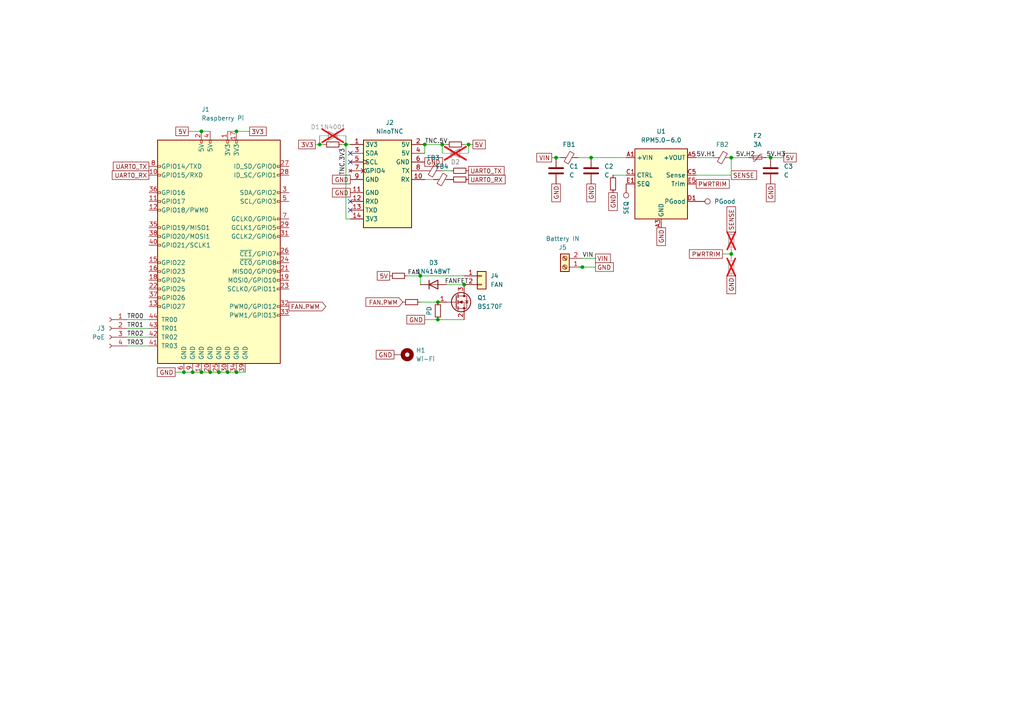
<source format=kicad_sch>
(kicad_sch (version 20230121) (generator eeschema)
  (paper "A4")
  (lib_symbols
    (symbol "Connector:Conn_01x04_Socket" (pin_names (offset 1.016) hide)
      (property "Reference" "J" (at 0 5.08 0))
      (property "Value" "Conn_01x04_Socket" (at 0 -7.62 0))
      (symbol "Conn_01x04_Socket_1_1"
        (arc (start 0 -4.572) (mid -0.5058 -5.08) (end 0 -5.588) (stroke (width 0.1524)))
        (arc (start 0 -2.032) (mid -0.5058 -2.54) (end 0 -3.048) (stroke (width 0.1524)))
        (polyline (pts (xy -1.27 -5.08) (xy -0.508 -5.08)) (stroke (width 0.1524)))
        (polyline (pts (xy -1.27 -2.54) (xy -0.508 -2.54)) (stroke (width 0.1524)))
        (polyline (pts (xy -1.27 0) (xy -0.508 0)) (stroke (width 0.1524)))
        (polyline (pts (xy -1.27 2.54) (xy -0.508 2.54)) (stroke (width 0.1524)))
        (arc (start 0 0.508) (mid -0.5058 0) (end 0 -0.508) (stroke (width 0.1524)))
        (arc (start 0 3.048) (mid -0.5058 2.54) (end 0 2.032) (stroke (width 0.1524)))
        (pin passive line (at -5.08 2.54 0) (length 3.81) (name "Pin_1") (number "1"))
        (pin passive line (at -5.08 0 0) (length 3.81) (name "Pin_2") (number "2"))
        (pin passive line (at -5.08 -2.54 0) (length 3.81) (name "Pin_3") (number "3"))
        (pin passive line (at -5.08 -5.08 0) (length 3.81) (name "Pin_4") (number "4"))
      )
    )
    (symbol "Connector:Raspberry_Pi_2_3" (pin_names (offset 1.016))
      (property "Reference" "J" (at -17.78 31.75 0))
      (property "Value" "Raspberry_Pi_2_3" (at 10.16 -31.75 0))
      (symbol "Raspberry_Pi_2_3_0_1"
        (rectangle (start -17.78 30.48) (end 17.78 -34.29) (stroke (width 0.254)) (fill (type background)))
      )
      (symbol "Raspberry_Pi_2_3_1_1"
        (rectangle (start -16.891 -17.526) (end -17.78 -18.034))
        (rectangle (start -16.891 -14.986) (end -17.78 -15.494))
        (rectangle (start -16.891 -12.446) (end -17.78 -12.954))
        (rectangle (start -16.891 -9.906) (end -17.78 -10.414))
        (rectangle (start -16.891 -7.366) (end -17.78 -7.874))
        (rectangle (start -16.891 -4.826) (end -17.78 -5.334))
        (rectangle (start -16.891 0.254) (end -17.78 -0.254))
        (rectangle (start -16.891 2.794) (end -17.78 2.286))
        (rectangle (start -16.891 5.334) (end -17.78 4.826))
        (rectangle (start -16.891 10.414) (end -17.78 9.906))
        (rectangle (start -16.891 12.954) (end -17.78 12.446))
        (rectangle (start -16.891 15.494) (end -17.78 14.986))
        (rectangle (start -16.891 20.574) (end -17.78 20.066))
        (rectangle (start -16.891 23.114) (end -17.78 22.606))
        (rectangle (start -5.334 30.48) (end -4.826 29.591))
        (rectangle (start -2.794 30.48) (end -2.286 29.591))
        (rectangle (start 2.286 30.48) (end 2.794 29.591))
        (rectangle (start 4.826 30.48) (end 5.334 29.591))
        (rectangle (start 17.78 -20.066) (end 16.891 -20.574))
        (rectangle (start 17.78 -17.526) (end 16.891 -18.034))
        (rectangle (start 17.78 -12.446) (end 16.891 -12.954))
        (rectangle (start 17.78 -9.906) (end 16.891 -10.414))
        (rectangle (start 17.78 -7.366) (end 16.891 -7.874))
        (rectangle (start 17.78 -4.826) (end 16.891 -5.334))
        (rectangle (start 17.78 -2.286) (end 16.891 -2.794))
        (rectangle (start 17.78 2.794) (end 16.891 2.286))
        (rectangle (start 17.78 5.334) (end 16.891 4.826))
        (rectangle (start 17.78 7.874) (end 16.891 7.366))
        (rectangle (start 17.78 12.954) (end 16.891 12.446))
        (rectangle (start 17.78 15.494) (end 16.891 14.986))
        (rectangle (start 17.78 20.574) (end 16.891 20.066))
        (rectangle (start 17.78 23.114) (end 16.891 22.606))
        (pin power_in line (at 2.54 33.02 270) (length 2.54) (name "3V3") (number "1"))
        (pin bidirectional line (at -20.32 20.32 0) (length 2.54) (name "GPIO15/RXD") (number "10"))
        (pin bidirectional line (at -20.32 12.7 0) (length 2.54) (name "GPIO17") (number "11"))
        (pin bidirectional line (at -20.32 10.16 0) (length 2.54) (name "GPIO18/PWM0") (number "12"))
        (pin bidirectional line (at -20.32 -17.78 0) (length 2.54) (name "GPIO27") (number "13"))
        (pin power_in line (at -5.08 -36.83 90) (length 2.54) (name "GND") (number "14"))
        (pin bidirectional line (at -20.32 -5.08 0) (length 2.54) (name "GPIO22") (number "15"))
        (pin bidirectional line (at -20.32 -7.62 0) (length 2.54) (name "GPIO23") (number "16"))
        (pin power_in line (at 5.08 33.02 270) (length 2.54) (name "3V3") (number "17"))
        (pin bidirectional line (at -20.32 -10.16 0) (length 2.54) (name "GPIO24") (number "18"))
        (pin bidirectional line (at 20.32 -10.16 180) (length 2.54) (name "MOSI0/GPIO10") (number "19"))
        (pin power_in line (at -5.08 33.02 270) (length 2.54) (name "5V") (number "2"))
        (pin power_in line (at -2.54 -36.83 90) (length 2.54) (name "GND") (number "20"))
        (pin bidirectional line (at 20.32 -7.62 180) (length 2.54) (name "MISO0/GPIO9") (number "21"))
        (pin bidirectional line (at -20.32 -12.7 0) (length 2.54) (name "GPIO25") (number "22"))
        (pin bidirectional line (at 20.32 -12.7 180) (length 2.54) (name "SCLK0/GPIO11") (number "23"))
        (pin bidirectional line (at 20.32 -5.08 180) (length 2.54) (name "~{CE0}/GPIO8") (number "24"))
        (pin power_in line (at 0 -36.83 90) (length 2.54) (name "GND") (number "25"))
        (pin bidirectional line (at 20.32 -2.54 180) (length 2.54) (name "~{CE1}/GPIO7") (number "26"))
        (pin bidirectional line (at 20.32 22.86 180) (length 2.54) (name "ID_SD/GPIO0") (number "27"))
        (pin bidirectional line (at 20.32 20.32 180) (length 2.54) (name "ID_SC/GPIO1") (number "28"))
        (pin bidirectional line (at 20.32 5.08 180) (length 2.54) (name "GCLK1/GPIO5") (number "29"))
        (pin bidirectional line (at 20.32 15.24 180) (length 2.54) (name "SDA/GPIO2") (number "3"))
        (pin power_in line (at 2.54 -36.83 90) (length 2.54) (name "GND") (number "30"))
        (pin bidirectional line (at 20.32 2.54 180) (length 2.54) (name "GCLK2/GPIO6") (number "31"))
        (pin bidirectional line (at 20.32 -17.78 180) (length 2.54) (name "PWM0/GPIO12") (number "32"))
        (pin bidirectional line (at 20.32 -20.32 180) (length 2.54) (name "PWM1/GPIO13") (number "33"))
        (pin power_in line (at 5.08 -36.83 90) (length 2.54) (name "GND") (number "34"))
        (pin bidirectional line (at -20.32 5.08 0) (length 2.54) (name "GPIO19/MISO1") (number "35"))
        (pin bidirectional line (at -20.32 15.24 0) (length 2.54) (name "GPIO16") (number "36"))
        (pin bidirectional line (at -20.32 -15.24 0) (length 2.54) (name "GPIO26") (number "37"))
        (pin bidirectional line (at -20.32 2.54 0) (length 2.54) (name "GPIO20/MOSI1") (number "38"))
        (pin power_in line (at 7.62 -36.83 90) (length 2.54) (name "GND") (number "39"))
        (pin power_in line (at -2.54 33.02 270) (length 2.54) (name "5V") (number "4"))
        (pin bidirectional line (at -20.32 0 0) (length 2.54) (name "GPIO21/SCLK1") (number "40"))
        (pin power_in line (at -20.32 -29.21 0) (length 2.54) (name "TR03") (number "41"))
        (pin power_in line (at -20.32 -26.67 0) (length 2.54) (name "TR02") (number "42"))
        (pin power_in line (at -20.32 -24.13 0) (length 2.54) (name "TR01") (number "43"))
        (pin power_in line (at -20.32 -21.59 0) (length 2.54) (name "TR00") (number "44"))
        (pin bidirectional line (at 20.32 12.7 180) (length 2.54) (name "SCL/GPIO3") (number "5"))
        (pin power_in line (at -10.16 -36.83 90) (length 2.54) (name "GND") (number "6"))
        (pin bidirectional line (at 20.32 7.62 180) (length 2.54) (name "GCLK0/GPIO4") (number "7"))
        (pin bidirectional line (at -20.32 22.86 0) (length 2.54) (name "GPIO14/TXD") (number "8"))
        (pin power_in line (at -7.62 -36.83 90) (length 2.54) (name "GND") (number "9"))
      )
    )
    (symbol "Connector:Screw_Terminal_01x02" (pin_names (offset 1.016) hide)
      (property "Reference" "J" (at 0 2.54 0))
      (property "Value" "Screw_Terminal_01x02" (at 0 -5.08 0))
      (symbol "Screw_Terminal_01x02_1_1"
        (rectangle (start -1.27 1.27) (end 1.27 -3.81) (stroke (width 0.254)) (fill (type background)))
        (circle (center 0 -2.54) (radius 0.635) (stroke (width 0.1524)))
        (polyline (pts (xy -0.5334 -2.2098) (xy 0.3302 -3.048)) (stroke (width 0.1524)))
        (polyline (pts (xy -0.5334 0.3302) (xy 0.3302 -0.508)) (stroke (width 0.1524)))
        (polyline (pts (xy -0.3556 -2.032) (xy 0.508 -2.8702)) (stroke (width 0.1524)))
        (polyline (pts (xy -0.3556 0.508) (xy 0.508 -0.3302)) (stroke (width 0.1524)))
        (circle (center 0 0) (radius 0.635) (stroke (width 0.1524)))
        (pin passive line (at -5.08 0 0) (length 3.81) (name "Pin_1") (number "1"))
        (pin passive line (at -5.08 -2.54 0) (length 3.81) (name "Pin_2") (number "2"))
      )
    )
    (symbol "Connector:TestPoint" (pin_numbers hide) (pin_names (offset 0.762) hide)
      (property "Reference" "TP" (at 0 6.858 0))
      (property "Value" "TestPoint" (at 0 5.08 0))
      (symbol "TestPoint_0_1"
        (circle (center 0 3.302) (radius 0.762))
      )
      (symbol "TestPoint_1_1"
        (pin passive line (at 0 0 90) (length 2.54) (name "1") (number "1"))
      )
    )
    (symbol "Connector_Generic:Conn_01x02" (pin_names (offset 1.016) hide)
      (property "Reference" "J" (at 0 2.54 0))
      (property "Value" "Conn_01x02" (at 0 -5.08 0))
      (symbol "Conn_01x02_1_1"
        (rectangle (start -1.27 -2.413) (end 0 -2.667) (stroke (width 0.1524)))
        (rectangle (start -1.27 0.127) (end 0 -0.127) (stroke (width 0.1524)))
        (rectangle (start -1.27 1.27) (end 1.27 -3.81) (stroke (width 0.254)) (fill (type background)))
        (pin passive line (at -5.08 0 0) (length 3.81) (name "Pin_1") (number "1"))
        (pin passive line (at -5.08 -2.54 0) (length 3.81) (name "Pin_2") (number "2"))
      )
    )
    (symbol "Converter_DCDC:RPM5.0-6.0"
      (property "Reference" "U" (at -6.35 11.43 0))
      (property "Value" "RPM5.0-6.0" (at 3.81 11.43 0))
      (symbol "RPM5.0-6.0_0_1"
        (rectangle (start -7.62 10.16) (end 7.62 -10.16) (stroke (width 0.254)) (fill (type background)))
      )
      (symbol "RPM5.0-6.0_1_1"
        (pin power_in line (at -10.16 7.62 0) (length 2.54) (name "+VIN") (number "A1"))
        (pin passive line (at -10.16 7.62 0) (length 2.54) hide (name "+VIN") (number "A2"))
        (pin power_in line (at 0 -12.7 90) (length 2.54) (name "GND") (number "A3"))
        (pin passive line (at 0 -12.7 90) (length 2.54) hide (name "GND") (number "A4"))
        (pin power_out line (at 10.16 7.62 180) (length 2.54) (name "+VOUT") (number "A5"))
        (pin passive line (at 0 -12.7 90) (length 2.54) hide (name "GND") (number "B1"))
        (pin passive line (at 0 -12.7 90) (length 2.54) hide (name "GND") (number "B2"))
        (pin passive line (at 0 -12.7 90) (length 2.54) hide (name "GND") (number "B3"))
        (pin passive line (at 0 -12.7 90) (length 2.54) hide (name "GND") (number "B4"))
        (pin passive line (at 10.16 7.62 180) (length 2.54) hide (name "+VOUT") (number "B5"))
        (pin input line (at -10.16 2.54 0) (length 2.54) (name "CTRL") (number "C1"))
        (pin passive line (at 0 -12.7 90) (length 2.54) hide (name "GND") (number "C2"))
        (pin passive line (at 0 -12.7 90) (length 2.54) hide (name "GND") (number "C3"))
        (pin passive line (at 0 -12.7 90) (length 2.54) hide (name "GND") (number "C4"))
        (pin input line (at 10.16 2.54 180) (length 2.54) (name "Sense") (number "C5"))
        (pin output line (at 10.16 -5.08 180) (length 2.54) (name "PGood") (number "D1"))
        (pin passive line (at 0 -12.7 90) (length 2.54) hide (name "GND") (number "D2"))
        (pin passive line (at 0 -12.7 90) (length 2.54) hide (name "GND") (number "D3"))
        (pin passive line (at 0 -12.7 90) (length 2.54) hide (name "GND") (number "D4"))
        (pin passive line (at 0 -12.7 90) (length 2.54) hide (name "GND") (number "D5"))
        (pin passive line (at -10.16 0 0) (length 2.54) (name "SEQ") (number "E1"))
        (pin no_connect line (at -7.62 -5.08 0) (length 2.54) hide (name "NC") (number "E2"))
        (pin passive line (at 0 -12.7 90) (length 2.54) hide (name "GND") (number "E3"))
        (pin passive line (at 0 -12.7 90) (length 2.54) hide (name "GND") (number "E4"))
        (pin input line (at 10.16 0 180) (length 2.54) (name "Trim") (number "E5"))
      )
    )
    (symbol "Device:C" (pin_numbers hide) (pin_names (offset 0.254))
      (property "Reference" "C" (at 0.635 2.54 0))
      (property "Value" "C" (at 0.635 -2.54 0))
      (symbol "C_0_1"
        (polyline (pts (xy -2.032 -0.762) (xy 2.032 -0.762)) (stroke (width 0.508)))
        (polyline (pts (xy -2.032 0.762) (xy 2.032 0.762)) (stroke (width 0.508)))
      )
      (symbol "C_1_1"
        (pin passive line (at 0 3.81 270) (length 2.794) (name "~") (number "1"))
        (pin passive line (at 0 -3.81 90) (length 2.794) (name "~") (number "2"))
      )
    )
    (symbol "Device:FerriteBead_Small" (pin_numbers hide) (pin_names (offset 0))
      (property "Reference" "FB" (at 1.905 1.27 0))
      (property "Value" "FerriteBead_Small" (at 1.905 -1.27 0))
      (symbol "FerriteBead_Small_0_1"
        (polyline (pts (xy 0 -1.27) (xy 0 -0.7874)))
        (polyline (pts (xy 0 0.889) (xy 0 1.2954)))
        (polyline (pts (xy -1.8288 0.2794) (xy -1.1176 1.4986) (xy 1.8288 -0.2032) (xy 1.1176 -1.4224) (xy -1.8288 0.2794)))
      )
      (symbol "FerriteBead_Small_1_1"
        (pin passive line (at 0 2.54 270) (length 1.27) (name "~") (number "1"))
        (pin passive line (at 0 -2.54 90) (length 1.27) (name "~") (number "2"))
      )
    )
    (symbol "Device:Polyfuse_Small" (pin_numbers hide) (pin_names (offset 0))
      (property "Reference" "F" (at -1.905 0 90))
      (property "Value" "Polyfuse_Small" (at 1.905 0 90))
      (symbol "Polyfuse_Small_0_1"
        (rectangle (start -0.508 1.27) (end 0.508 -1.27))
        (polyline (pts (xy 0 2.54) (xy 0 -2.54)))
        (polyline (pts (xy -1.016 1.27) (xy -1.016 0.762) (xy 1.016 -0.762) (xy 1.016 -1.27)))
      )
      (symbol "Polyfuse_Small_1_1"
        (pin passive line (at 0 2.54 270) (length 0.635) (name "~") (number "1"))
        (pin passive line (at 0 -2.54 90) (length 0.635) (name "~") (number "2"))
      )
    )
    (symbol "Device:R_Small" (pin_numbers hide) (pin_names (offset 0.254) hide)
      (property "Reference" "R" (at 0.762 0.508 0))
      (property "Value" "R_Small" (at 0.762 -1.016 0))
      (symbol "R_Small_0_1"
        (rectangle (start -0.762 1.778) (end 0.762 -1.778) (stroke (width 0.2032)))
      )
      (symbol "R_Small_1_1"
        (pin passive line (at 0 2.54 270) (length 0.762) (name "~") (number "1"))
        (pin passive line (at 0 -2.54 90) (length 0.762) (name "~") (number "2"))
      )
    )
    (symbol "Diode:1N4001" (pin_numbers hide) (pin_names hide)
      (property "Reference" "D" (at 0 2.54 0))
      (property "Value" "1N4001" (at 0 -2.54 0))
      (symbol "1N4001_0_1"
        (polyline (pts (xy -1.27 1.27) (xy -1.27 -1.27)) (stroke (width 0.254)))
        (polyline (pts (xy 1.27 0) (xy -1.27 0)))
        (polyline (pts (xy 1.27 1.27) (xy 1.27 -1.27) (xy -1.27 0) (xy 1.27 1.27)) (stroke (width 0.254)))
      )
      (symbol "1N4001_1_1"
        (pin passive line (at -3.81 0 0) (length 2.54) (name "K") (number "1"))
        (pin passive line (at 3.81 0 180) (length 2.54) (name "A") (number "2"))
      )
    )
    (symbol "Diode:1N4148WT" (pin_numbers hide) (pin_names hide)
      (property "Reference" "D" (at 0 2.54 0))
      (property "Value" "1N4148WT" (at 0 -2.54 0))
      (symbol "1N4148WT_0_1"
        (polyline (pts (xy -1.27 1.27) (xy -1.27 -1.27)) (stroke (width 0.254)))
        (polyline (pts (xy 1.27 0) (xy -1.27 0)))
        (polyline (pts (xy 1.27 1.27) (xy 1.27 -1.27) (xy -1.27 0) (xy 1.27 1.27)) (stroke (width 0.254)))
      )
      (symbol "1N4148WT_1_1"
        (pin passive line (at -3.81 0 0) (length 2.54) (name "K") (number "1"))
        (pin passive line (at 3.81 0 180) (length 2.54) (name "A") (number "2"))
      )
    )
    (symbol "Mechanical:MountingHole_Pad" (pin_numbers hide) (pin_names (offset 1.016) hide)
      (property "Reference" "H1" (at -1.27 3.81 90))
      (property "Value" "Wi-Fi" (at 1.27 3.81 90))
      (symbol "MountingHole_Pad_0_1"
        (circle (center 0 1.27) (radius 1.27) (stroke (width 1.27)))
      )
      (symbol "MountingHole_Pad_1_1"
        (pin input line (at 0 -2.54 90) (length 2.54) (name "GND") (number "GND"))
      )
    )
    (symbol "SMT_TARPN_NinoTNC:ninoTNC"
      (property "Reference" "J" (at 0 0 0))
      (symbol "ninoTNC_1_1"
        (rectangle (start -7.62 -2.54) (end 6.35 -27.94) (stroke (width 0.254)) (fill (type background)))
        (pin power_in line (at -11.43 -3.81 0) (length 3.81) (name "3V3") (number "1"))
        (pin tri_state line (at 10.16 -13.97 180) (length 3.81) (name "RX") (number "10"))
        (pin power_in line (at -11.43 -17.78 0) (length 3.81) (name "GND") (number "11"))
        (pin tri_state line (at -11.43 -20.32 0) (length 3.81) (name "RXD") (number "12"))
        (pin tri_state line (at -11.43 -22.86 0) (length 3.81) (name "TXD") (number "13"))
        (pin power_in line (at -11.43 -25.4 0) (length 3.81) (name "3V3") (number "14"))
        (pin power_in line (at 10.16 -3.81 180) (length 3.81) (name "5V") (number "2"))
        (pin bidirectional line (at -11.43 -6.35 0) (length 3.81) (name "SDA") (number "3"))
        (pin input line (at 10.16 -6.35 180) (length 3.81) (name "5V") (number "4"))
        (pin input clock (at -11.43 -8.89 0) (length 3.81) (name "SCL") (number "5"))
        (pin power_in line (at 10.16 -8.89 180) (length 3.81) (name "GND") (number "6"))
        (pin no_connect non_logic (at -11.43 -11.43 0) (length 3.81) (name "GPIO4") (number "7"))
        (pin tri_state line (at 10.16 -11.43 180) (length 3.81) (name "TX") (number "8"))
        (pin power_out line (at -11.43 -13.97 0) (length 3.81) (name "GND") (number "9"))
      )
    )
    (symbol "Transistor_FET:BS170F" (pin_names hide)
      (property "Reference" "Q" (at 5.08 1.905 0))
      (property "Value" "BS170F" (at 5.08 0 0))
      (symbol "BS170F_0_1"
        (polyline (pts (xy 0.254 0) (xy -2.54 0)))
        (polyline (pts (xy 0.254 1.905) (xy 0.254 -1.905)) (stroke (width 0.254)))
        (polyline (pts (xy 0.762 -1.27) (xy 0.762 -2.286)) (stroke (width 0.254)))
        (polyline (pts (xy 0.762 0.508) (xy 0.762 -0.508)) (stroke (width 0.254)))
        (polyline (pts (xy 0.762 2.286) (xy 0.762 1.27)) (stroke (width 0.254)))
        (polyline (pts (xy 2.54 2.54) (xy 2.54 1.778)))
        (polyline (pts (xy 2.54 -2.54) (xy 2.54 0) (xy 0.762 0)))
        (polyline (pts (xy 0.762 -1.778) (xy 3.302 -1.778) (xy 3.302 1.778) (xy 0.762 1.778)))
        (polyline (pts (xy 1.016 0) (xy 2.032 0.381) (xy 2.032 -0.381) (xy 1.016 0)) (fill (type outline)))
        (polyline (pts (xy 2.794 0.508) (xy 2.921 0.381) (xy 3.683 0.381) (xy 3.81 0.254)))
        (polyline (pts (xy 3.302 0.381) (xy 2.921 -0.254) (xy 3.683 -0.254) (xy 3.302 0.381)))
        (circle (center 1.651 0) (radius 2.794) (stroke (width 0.254)))
        (circle (center 2.54 -1.778) (radius 0.254) (fill (type outline)))
        (circle (center 2.54 1.778) (radius 0.254) (fill (type outline)))
      )
      (symbol "BS170F_1_1"
        (pin input line (at -5.08 0 0) (length 2.54) (name "G") (number "1"))
        (pin passive line (at 2.54 -5.08 90) (length 2.54) (name "S") (number "2"))
        (pin passive line (at 2.54 5.08 270) (length 2.54) (name "D") (number "3"))
      )
    )
  )
  (junction (at 168.91 77.47))
  (junction (at 223.52 45.72))
  (junction (at 127 87.63))
  (junction (at 58.42 107.95))
  (junction (at 134.62 82.55))
  (junction (at 127 92.71))
  (junction (at 212.09 45.72))
  (junction (at 55.88 107.95))
  (junction (at 58.42 38.1))
  (junction (at 135.89 41.91))
  (junction (at 53.34 107.95))
  (junction (at 63.5 107.95))
  (junction (at 92.71 41.91))
  (junction (at 68.58 107.95))
  (junction (at 161.29 45.72))
  (junction (at 66.04 107.95))
  (junction (at 171.45 45.72))
  (junction (at 60.96 107.95))
  (junction (at 68.58 38.1))
  (junction (at 212.09 73.66))
  (junction (at 100.33 41.91))
  (junction (at 123.19 41.91))
  (junction (at 128.27 41.91))
  (junction (at 121.92 80.01))
  (no_connect (at 101.6 46.99))
  (no_connect (at 101.6 44.45))
  (no_connect (at 101.6 60.96))
  (no_connect (at 101.6 58.42))
  (wire (pts (xy 167.64 45.72) (xy 171.45 45.72)))
  (wire (pts (xy 135.89 82.55) (xy 134.62 82.55)))
  (wire (pts (xy 36.83 92.71) (xy 43.18 92.71)))
  (wire (pts (xy 68.58 38.1) (xy 72.39 38.1)))
  (wire (pts (xy 123.19 41.91) (xy 123.19 44.45)))
  (wire (pts (xy 127 92.71) (xy 134.62 92.71)))
  (wire (pts (xy 58.42 38.1) (xy 60.96 38.1)))
  (wire (pts (xy 167.64 77.47) (xy 168.91 77.47)))
  (wire (pts (xy 99.06 41.91) (xy 100.33 41.91)))
  (wire (pts (xy 58.42 107.95) (xy 60.96 107.95)))
  (wire (pts (xy 129.54 41.91) (xy 128.27 41.91)))
  (wire (pts (xy 66.04 107.95) (xy 68.58 107.95)))
  (wire (pts (xy 92.71 39.37) (xy 92.71 41.91)))
  (wire (pts (xy 212.09 73.66) (xy 212.09 72.39)))
  (wire (pts (xy 212.09 50.8) (xy 212.09 45.72)))
  (wire (pts (xy 177.8 50.8) (xy 181.61 50.8)))
  (wire (pts (xy 129.54 82.55) (xy 134.62 82.55)))
  (wire (pts (xy 128.27 41.91) (xy 128.27 44.45)))
  (wire (pts (xy 36.83 95.25) (xy 43.18 95.25)))
  (wire (pts (xy 137.16 41.91) (xy 135.89 41.91)))
  (wire (pts (xy 36.83 100.33) (xy 43.18 100.33)))
  (wire (pts (xy 135.89 41.91) (xy 135.89 44.45)))
  (wire (pts (xy 128.27 41.91) (xy 123.19 41.91)))
  (wire (pts (xy 53.34 107.95) (xy 55.88 107.95)))
  (wire (pts (xy 171.45 45.72) (xy 181.61 45.72)))
  (wire (pts (xy 100.33 41.91) (xy 100.33 63.5)))
  (wire (pts (xy 60.96 107.95) (xy 63.5 107.95)))
  (wire (pts (xy 68.58 107.95) (xy 71.12 107.95)))
  (wire (pts (xy 55.88 107.95) (xy 58.42 107.95)))
  (wire (pts (xy 201.93 50.8) (xy 212.09 50.8)))
  (wire (pts (xy 209.55 73.66) (xy 212.09 73.66)))
  (wire (pts (xy 207.01 45.72) (xy 201.93 45.72)))
  (wire (pts (xy 127 92.71) (xy 123.19 92.71)))
  (wire (pts (xy 128.27 49.53) (xy 130.81 49.53)))
  (wire (pts (xy 121.92 80.01) (xy 134.62 80.01)))
  (wire (pts (xy 222.25 45.72) (xy 223.52 45.72)))
  (wire (pts (xy 63.5 107.95) (xy 66.04 107.95)))
  (wire (pts (xy 212.09 45.72) (xy 217.17 45.72)))
  (wire (pts (xy 50.8 107.95) (xy 53.34 107.95)))
  (wire (pts (xy 66.04 38.1) (xy 68.58 38.1)))
  (wire (pts (xy 161.29 45.72) (xy 162.56 45.72)))
  (wire (pts (xy 135.89 41.91) (xy 134.62 41.91)))
  (wire (pts (xy 100.33 39.37) (xy 100.33 41.91)))
  (wire (pts (xy 172.72 74.93) (xy 168.91 74.93)))
  (wire (pts (xy 125.73 52.07) (xy 123.19 52.07)))
  (wire (pts (xy 118.11 80.01) (xy 121.92 80.01)))
  (wire (pts (xy 100.33 41.91) (xy 101.6 41.91)))
  (wire (pts (xy 121.92 80.01) (xy 121.92 82.55)))
  (wire (pts (xy 92.71 41.91) (xy 93.98 41.91)))
  (wire (pts (xy 172.72 77.47) (xy 168.91 77.47)))
  (wire (pts (xy 101.6 63.5) (xy 100.33 63.5)))
  (wire (pts (xy 160.02 45.72) (xy 161.29 45.72)))
  (wire (pts (xy 91.44 41.91) (xy 92.71 41.91)))
  (wire (pts (xy 121.92 87.63) (xy 127 87.63)))
  (wire (pts (xy 54.61 38.1) (xy 58.42 38.1)))
  (wire (pts (xy 36.83 97.79) (xy 43.18 97.79)))
  (wire (pts (xy 212.09 74.93) (xy 212.09 73.66)))
  (wire (pts (xy 223.52 45.72) (xy 227.33 45.72)))
  (label "5V.H2" (at 213.36 45.72 0) (property "Netclass" "PWR" (effects hide)))
  (label "5V.H3" (at 222.25 45.72 0) (property "Netclass" "PWR" (effects hide)))
  (label "TR03" (at 36.83 100.33 0) (property "Netclass" "PWR" (effects hide)))
  (label "VIN" (at 168.91 74.93 0))
  (label "TR00" (at 36.83 92.71 0) (property "Netclass" "PWR" (effects hide)))
  (label "5V.H1" (at 201.93 45.72 0) (property "Netclass" "PWR" (effects hide)))
  (label "TR02" (at 36.83 97.79 0) (property "Netclass" "PWR" (effects hide)))
  (label "TNC.3V3" (at 100.33 50.8 90) (property "Netclass" "PWR" (effects hide)))
  (label "FAN" (at 121.92 80.01 180) (property "Netclass" "PWR" (effects hide)))
  (label "FANFET" (at 135.89 82.55 180) (property "Netclass" "PWR" (effects hide)))
  (label "TR01" (at 36.83 95.25 0) (property "Netclass" "PWR" (effects hide)))
  (label "TNC.5V" (at 123.19 41.91 0) (property "Netclass" "PWR" (effects hide)))
  (global_label "3V3" (shape passive) (at 91.44 41.91 180) (property "Intersheetrefs" "${INTERSHEET_REFS}" (effects hide)))
  (global_label "VIN" (shape passive) (at 172.72 74.93 0) (property "Intersheetrefs" "${INTERSHEET_REFS}" (effects hide)))
  (global_label "5V" (shape passive) (at 137.16 41.91 0) (property "Intersheetrefs" "${INTERSHEET_REFS}" (effects hide)))
  (global_label "5V" (shape passive) (at 113.03 80.01 180) (property "Intersheetrefs" "${INTERSHEET_REFS}" (effects hide)))
  (global_label "UART0_TX" (shape passive) (at 135.89 49.53 0) (property "Intersheetrefs" "${INTERSHEET_REFS}" (effects hide)))
  (global_label "FAN.PWM" (shape input) (at 116.84 87.63 180) (property "Intersheetrefs" "${INTERSHEET_REFS}" (effects hide)))
  (global_label "GND" (shape passive) (at 114.3 102.87 180) (property "Intersheetrefs" "${INTERSHEET_REFS}" (effects hide)))
  (global_label "UART0_TX" (shape passive) (at 43.18 48.26 180) (property "Intersheetrefs" "${INTERSHEET_REFS}" (effects hide)))
  (global_label "5V" (shape passive) (at 54.61 38.1 180) (property "Intersheetrefs" "${INTERSHEET_REFS}" (effects hide)))
  (global_label "GND" (shape passive) (at 161.29 53.34 270) (property "Intersheetrefs" "${INTERSHEET_REFS}" (effects hide)))
  (global_label "FAN.PWM" (shape output) (at 83.82 88.9 0) (property "Intersheetrefs" "${INTERSHEET_REFS}" (effects hide)))
  (global_label "GND" (shape passive) (at 177.8 55.88 270) (property "Intersheetrefs" "${INTERSHEET_REFS}" (effects hide)))
  (global_label "GND" (shape passive) (at 123.19 46.99 0) (property "Intersheetrefs" "${INTERSHEET_REFS}" (effects hide)))
  (global_label "UART0_RX" (shape passive) (at 135.89 52.07 0) (property "Intersheetrefs" "${INTERSHEET_REFS}" (effects hide)))
  (global_label "GND" (shape passive) (at 123.19 92.71 180) (property "Intersheetrefs" "${INTERSHEET_REFS}" (effects hide)))
  (global_label "3V3" (shape passive) (at 72.39 38.1 0) (property "Intersheetrefs" "${INTERSHEET_REFS}" (effects hide)))
  (global_label "GND" (shape passive) (at 101.6 55.88 180) (property "Intersheetrefs" "${INTERSHEET_REFS}" (effects hide)))
  (global_label "PWRTRIM" (shape passive) (at 209.55 73.66 180) (property "Intersheetrefs" "${INTERSHEET_REFS}" (effects hide)))
  (global_label "GND" (shape passive) (at 212.09 80.01 270) (property "Intersheetrefs" "${INTERSHEET_REFS}" (effects hide)))
  (global_label "GND" (shape passive) (at 191.77 66.04 270) (property "Intersheetrefs" "${INTERSHEET_REFS}" (effects hide)))
  (global_label "SENSE" (shape passive) (at 212.09 50.8 0) (property "Intersheetrefs" "${INTERSHEET_REFS}" (effects hide)))
  (global_label "GND" (shape passive) (at 101.6 52.07 180) (property "Intersheetrefs" "${INTERSHEET_REFS}" (effects hide)))
  (global_label "UART0_RX" (shape passive) (at 43.18 50.8 180) (property "Intersheetrefs" "${INTERSHEET_REFS}" (effects hide)))
  (global_label "GND" (shape passive) (at 172.72 77.47 0) (property "Intersheetrefs" "${INTERSHEET_REFS}" (effects hide)))
  (global_label "5V" (shape passive) (at 227.33 45.72 0) (property "Intersheetrefs" "${INTERSHEET_REFS}" (effects hide)))
  (global_label "SENSE" (shape passive) (at 212.09 67.31 90) (property "Intersheetrefs" "${INTERSHEET_REFS}" (effects hide)))
  (global_label "VIN" (shape passive) (at 160.02 45.72 180) (property "Intersheetrefs" "${INTERSHEET_REFS}" (effects hide)))
  (global_label "GND" (shape passive) (at 50.8 107.95 180) (property "Intersheetrefs" "${INTERSHEET_REFS}" (effects hide)))
  (global_label "GND" (shape passive) (at 171.45 53.34 270) (property "Intersheetrefs" "${INTERSHEET_REFS}" (effects hide)))
  (global_label "GND" (shape passive) (at 223.52 53.34 270) (property "Intersheetrefs" "${INTERSHEET_REFS}" (effects hide)))
  (global_label "PWRTRIM" (shape passive) (at 201.93 53.34 0) (property "Intersheetrefs" "${INTERSHEET_REFS}" (effects hide)))
  (symbol (lib_id "Connector_Generic:Conn_01x02") (at 139.7 80.01 0) (unit 1)
    (property "Reference" "J4" (at 142.24 80.01 0) (effects (justify left)))
    (property "Value" "FAN" (at 142.24 82.55 0) (effects (justify left)))
    (property "Footprint" "Connector_JST:JST_XH_B2B-XH-AM_1x02_P2.50mm_Vertical" (effects hide))
  )
  (symbol (lib_id "SMT_TARPN_NinoTNC:ninoTNC") (at 113.03 38.1 0) (unit 1)
    (property "Reference" "J2" (at 113.03 35.56 0))
    (property "Value" "NinoTNC" (at 113.03 38.1 0))
    (property "Footprint" "SMT_TARPN_NinoTNC:SMT_TARPN_NinoTNC" (effects hide))
  )
  (symbol (lib_id "Device:R_Small") (at 212.09 77.47 180) (unit 1) (dnp yes)
    (property "Reference" "R9" (effects hide))
    (property "Value" "Trim DOWN" (effects hide))
    (property "Footprint" "Resistor_SMD:R_0603_1608Metric_Pad0.98x0.95mm_HandSolder" (effects hide))
  )
  (symbol (lib_id "Device:C") (at 161.29 49.53 0) (unit 1)
    (property "Reference" "C1" (at 165.1 48.26 0) (effects (justify left)))
    (property "Value" "C" (at 165.1 50.8 0) (effects (justify left)))
  )
  (symbol (lib_id "Diode:1N4001") (at 96.52 39.37 180) (unit 1) (dnp yes)
    (property "Reference" "D1" (at 91.44 36.83 0))
    (property "Value" "1N4001" (at 96.52 36.83 0))
    (property "Footprint" "Diode_THT:D_DO-41_SOD81_P10.16mm_Horizontal" (effects hide))
    (property "Datasheet" "http://www.vishay.com/docs/88503/1n4001.pdf" (effects hide))
    (property "Sim.Device" "D" (effects hide))
    (property "Sim.Pins" "1=K 2=A" (effects hide))
  )
  (symbol (lib_id "Device:FerriteBead_Small") (at 125.73 49.53 90) (unit 1)
    (property "Reference" "FB3" (at 125.6919 45.72 90))
    (property "Value" "FerriteBead_Small" (effects hide))
    (property "Footprint" "Resistor_SMD:R_0805_2012Metric_Pad1.20x1.40mm_HandSolder" (effects hide))
  )
  (symbol (lib_id "Device:FerriteBead_Small") (at 165.1 45.72 90) (unit 1)
    (property "Reference" "FB1" (at 165.0619 41.91 90))
    (property "Value" "FerriteBead_Small" (effects hide))
    (property "Footprint" "Resistor_SMD:R_0805_2012Metric_Pad1.20x1.40mm_HandSolder" (effects hide))
  )
  (symbol (lib_id "Device:R_Small") (at 132.08 41.91 90) (unit 1)
    (property "Reference" "R4" (effects hide))
    (property "Value" "0R" (effects hide))
    (property "Footprint" "Resistor_SMD:R_0603_1608Metric_Pad0.98x0.95mm_HandSolder" (effects hide))
    (property "Field4" "5V" (effects hide))
  )
  (symbol (lib_id "Device:R_Small") (at 212.09 69.85 180) (unit 1) (dnp yes)
    (property "Reference" "R10" (effects hide))
    (property "Value" "Trim UP" (effects hide))
    (property "Footprint" "Resistor_SMD:R_0603_1608Metric_Pad0.98x0.95mm_HandSolder" (effects hide))
  )
  (symbol (lib_id "Mechanical:MountingHole_Pad") (at 116.84 102.87 270) (unit 1)
    (property "Reference" "H1" (at 120.65 101.6 90) (effects (justify left)))
    (property "Value" "Wi-Fi" (at 120.65 104.14 90) (effects (justify left)))
    (property "Footprint" "RASPBERRY_PI_3_MODEL_B_:SMARP" (effects hide))
  )
  (symbol (lib_id "Connector:Conn_01x04_Socket") (at 31.75 95.25 0) (mirror y) (unit 1)
    (property "Reference" "J3" (at 30.48 95.25 0) (effects (justify left)))
    (property "Value" "PoE" (at 30.48 97.79 0) (effects (justify left)))
    (property "Footprint" "Connector_PinSocket_2.54mm:PinSocket_2x02_P2.54mm_Vertical" (effects hide))
  )
  (symbol (lib_id "Device:FerriteBead_Small") (at 209.55 45.72 90) (unit 1)
    (property "Reference" "FB2" (at 209.5119 41.91 90))
    (property "Value" "FerriteBead_Small" (effects hide))
    (property "Footprint" "Resistor_SMD:R_0805_2012Metric_Pad1.20x1.40mm_HandSolder" (effects hide))
  )
  (symbol (lib_id "Transistor_FET:BS170F") (at 132.08 87.63 0) (unit 1)
    (property "Reference" "Q1" (at 138.43 86.36 0) (effects (justify left)))
    (property "Value" "BS170F" (at 138.43 88.9 0) (effects (justify left)))
    (property "Footprint" "Package_TO_SOT_SMD:SOT-23" (effects hide))
    (property "Datasheet" "http://www.diodes.com/assets/Datasheets/BS170F.pdf" (effects hide))
  )
  (symbol (lib_id "Device:R_Small") (at 177.8 53.34 180) (unit 1)
    (property "Reference" "R8" (effects hide))
    (property "Value" "TX" (effects hide))
    (property "Footprint" "Resistor_SMD:R_0603_1608Metric_Pad0.98x0.95mm_HandSolder" (effects hide))
  )
  (symbol (lib_id "Device:FerriteBead_Small") (at 128.27 52.07 90) (unit 1)
    (property "Reference" "FB4" (at 128.2319 48.26 90))
    (property "Value" "FerriteBead_Small" (effects hide))
    (property "Footprint" "Resistor_SMD:R_0805_2012Metric_Pad1.20x1.40mm_HandSolder" (effects hide))
  )
  (symbol (lib_id "Device:Polyfuse_Small") (at 219.71 45.72 270) (unit 1)
    (property "Reference" "F2" (at 219.71 39.37 90))
    (property "Value" "3A" (at 219.71 41.91 90))
    (property "Footprint" "Fuse:Fuse_Bourns_MF-SM_7.98x5.44mm" (effects hide))
    (property "Datasheet" "https://docs.rs-online.com/0e0a/0900766b813374ca.pdf" (effects hide))
    (property "~" "MF-LSMF300/24X-2" (effects hide))
  )
  (symbol (lib_id "Device:R_Small") (at 133.35 49.53 90) (unit 1)
    (property "Reference" "R1" (effects hide))
    (property "Value" "TX" (effects hide))
    (property "Footprint" "Resistor_SMD:R_0603_1608Metric_Pad0.98x0.95mm_HandSolder" (effects hide))
  )
  (symbol (lib_id "Converter_DCDC:RPM5.0-6.0") (at 191.77 53.34 0) (unit 1)
    (property "Reference" "U1" (at 191.77 38.1 0))
    (property "Value" "RPM5.0-6.0" (at 191.77 40.64 0))
    (property "Footprint" "Converter_DCDC:Converter_DCDC_RECOM_RPMx.x-x.0" (effects hide))
    (property "Datasheet" "https://www.recom-power.com/pdf/Innoline/RPM-6.0.pdf" (effects hide))
  )
  (symbol (lib_id "Device:C") (at 171.45 49.53 0) (unit 1)
    (property "Reference" "C2" (at 175.26 48.26 0) (effects (justify left)))
    (property "Value" "C" (at 175.26 50.8 0) (effects (justify left)))
  )
  (symbol (lib_id "Diode:1N4148WT") (at 125.73 82.55 0) (unit 1)
    (property "Reference" "D3" (at 125.73 76.2 0))
    (property "Value" "1N4148WT" (at 125.73 78.74 0))
    (property "Footprint" "Diode_SMD:D_SOD-523" (effects hide))
    (property "Datasheet" "https://www.diodes.com/assets/Datasheets/ds30396.pdf" (effects hide))
    (property "Sim.Device" "D" (effects hide))
    (property "Sim.Pins" "1=K 2=A" (effects hide))
  )
  (symbol (lib_id "Connector:TestPoint") (at 181.61 53.34 180) (unit 1)
    (property "Reference" "TP1" (effects hide))
    (property "Value" "SEQ" (at 181.61 62.23 90) (effects (justify right)))
    (property "Footprint" "Connector_Wire:SolderWire-0.1sqmm_1x01_D0.4mm_OD1mm" (effects hide))
  )
  (symbol (lib_id "Device:R_Small") (at 133.35 52.07 90) (unit 1)
    (property "Reference" "R2" (effects hide))
    (property "Value" "RX" (effects hide))
    (property "Footprint" "Resistor_SMD:R_0603_1608Metric_Pad0.98x0.95mm_HandSolder" (effects hide))
  )
  (symbol (lib_id "Connector:TestPoint") (at 201.93 58.42 270) (unit 1)
    (property "Reference" "TP2" (effects hide))
    (property "Value" "PGood" (at 213.36 58.42 90) (effects (justify right)))
    (property "Footprint" "Connector_Wire:SolderWire-0.1sqmm_1x01_D0.4mm_OD1mm" (effects hide))
  )
  (symbol (lib_id "Device:R_Small") (at 96.52 41.91 90) (unit 1)
    (property "Reference" "R3" (effects hide))
    (property "Value" "0R" (effects hide))
    (property "Footprint" "Resistor_SMD:R_0603_1608Metric_Pad0.98x0.95mm_HandSolder" (effects hide))
    (property "Field4" "3V3" (effects hide))
  )
  (symbol (lib_id "Device:R_Small") (at 127 90.17 180) (unit 1)
    (property "Reference" "R6" (effects hide))
    (property "Value" "PD" (at 124.46 90.17 90))
    (property "Footprint" "Resistor_SMD:R_0603_1608Metric_Pad0.98x0.95mm_HandSolder" (effects hide))
  )
  (symbol (lib_id "Device:C") (at 223.52 49.53 0) (unit 1)
    (property "Reference" "C3" (at 227.33 48.26 0) (effects (justify left)))
    (property "Value" "C" (at 227.33 50.8 0) (effects (justify left)))
  )
  (symbol (lib_id "Connector:Screw_Terminal_01x02") (at 163.83 77.47 180) (unit 1)
    (property "Reference" "J5" (at 163.195 71.755 0))
    (property "Value" "Battery IN" (at 163.195 69.215 0))
    (property "Footprint" "TerminalBlock:TerminalBlock_Wuerth_691311400102_P7.62mm" (effects hide))
    (property "Datasheet" "https://media.rs-online.com/t_line/LJ525520-01.gif" (effects hide))
  )
  (symbol (lib_id "Device:R_Small") (at 119.38 87.63 90) (unit 1)
    (property "Reference" "R7" (effects hide))
    (property "Value" "0R" (effects hide))
    (property "Footprint" "Resistor_SMD:R_0603_1608Metric_Pad0.98x0.95mm_HandSolder" (effects hide))
    (property "Field4" "FANCTL" (effects hide))
  )
  (symbol (lib_id "Device:R_Small") (at 115.57 80.01 90) (unit 1)
    (property "Reference" "R5" (effects hide))
    (property "Value" "0R" (effects hide))
    (property "Footprint" "Resistor_SMD:R_0603_1608Metric_Pad0.98x0.95mm_HandSolder" (effects hide))
    (property "Field4" "FAN" (effects hide))
  )
  (symbol (lib_id "Diode:1N4001") (at 132.08 44.45 0) (unit 1) (dnp yes)
    (property "Reference" "D2" (at 132.08 46.99 0))
    (property "Value" "1N4001" (effects hide))
    (property "Footprint" "Diode_THT:D_DO-41_SOD81_P10.16mm_Horizontal" (effects hide))
    (property "Datasheet" "http://www.vishay.com/docs/88503/1n4001.pdf" (effects hide))
    (property "Sim.Device" "D" (effects hide))
    (property "Sim.Pins" "1=K 2=A" (effects hide))
  )
  (symbol (lib_id "Connector:Raspberry_Pi_2_3") (at 63.5 71.12 0) (unit 1)
    (property "Reference" "J1" (at 58.42 31.75 0) (effects (justify left)))
    (property "Value" "Raspberry Pi" (at 58.42 34.29 0) (effects (justify left)))
    (property "Footprint" "RASPBERRY_PI_3_MODEL_B_:MODULE_RASPBERRY_PI_3_MODEL_B_" (effects hide))
    (property "Datasheet" "https://www.raspberrypi.org/documentation/hardware/raspberrypi/schematics/rpi_SCH_3bplus_1p0_reduced.pdf" (effects hide))
  )
)
</source>
